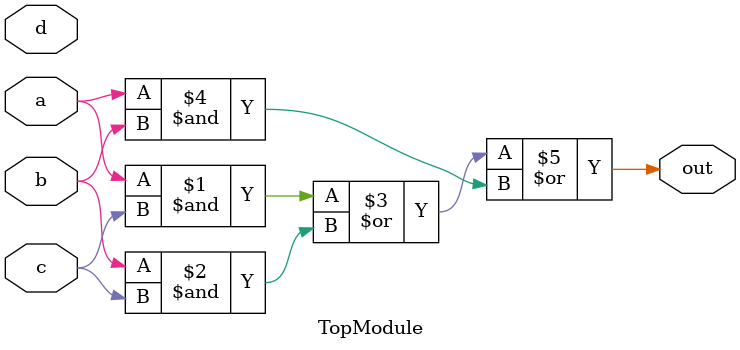
<source format=sv>
module TopModule (
    input logic a,  // 1-bit unsigned input
    input logic b,  // 1-bit unsigned input
    input logic c,  // 1-bit unsigned input
    input logic d,  // 1-bit unsigned input
    output logic out  // 1-bit unsigned output
);

    // Combinational logic derived from the simplified expression
    assign out = (a & c) | (b & c) | (a & b);

endmodule
</source>
